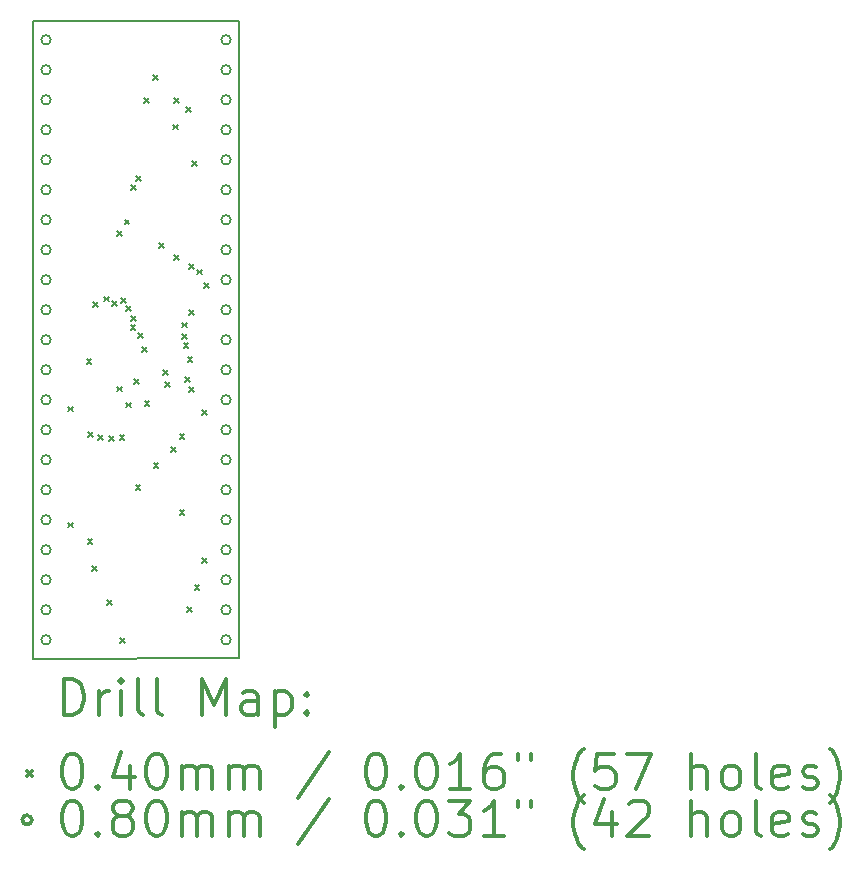
<source format=gbr>
%FSLAX45Y45*%
G04 Gerber Fmt 4.5, Leading zero omitted, Abs format (unit mm)*
G04 Created by KiCad (PCBNEW 4.0.7-e2-6376~58~ubuntu16.04.1) date Tue Aug 20 20:43:00 2024*
%MOMM*%
%LPD*%
G01*
G04 APERTURE LIST*
%ADD10C,0.127000*%
%ADD11C,0.150000*%
%ADD12C,0.200000*%
%ADD13C,0.300000*%
G04 APERTURE END LIST*
D10*
D11*
X14720000Y-10339000D02*
X14720000Y-15739000D01*
X16470000Y-10339000D02*
X14720000Y-10339000D01*
X16470000Y-15735000D02*
X16470000Y-10339000D01*
X14720000Y-15739000D02*
X16470000Y-15735000D01*
D12*
X15021000Y-14585000D02*
X15061000Y-14625000D01*
X15061000Y-14585000D02*
X15021000Y-14625000D01*
X15022000Y-13603000D02*
X15062000Y-13643000D01*
X15062000Y-13603000D02*
X15022000Y-13643000D01*
X15177000Y-13203000D02*
X15217000Y-13243000D01*
X15217000Y-13203000D02*
X15177000Y-13243000D01*
X15186224Y-14723914D02*
X15226224Y-14763914D01*
X15226224Y-14723914D02*
X15186224Y-14763914D01*
X15192000Y-13822000D02*
X15232000Y-13862000D01*
X15232000Y-13822000D02*
X15192000Y-13862000D01*
X15223108Y-14951501D02*
X15263108Y-14991501D01*
X15263108Y-14951501D02*
X15223108Y-14991501D01*
X15232546Y-12717844D02*
X15272546Y-12757844D01*
X15272546Y-12717844D02*
X15232546Y-12757844D01*
X15273000Y-13847000D02*
X15313000Y-13887000D01*
X15313000Y-13847000D02*
X15273000Y-13887000D01*
X15324258Y-12672377D02*
X15364258Y-12712377D01*
X15364258Y-12672377D02*
X15324258Y-12712377D01*
X15347893Y-15239499D02*
X15387893Y-15279499D01*
X15387893Y-15239499D02*
X15347893Y-15279499D01*
X15367000Y-13854000D02*
X15407000Y-13894000D01*
X15407000Y-13854000D02*
X15367000Y-13894000D01*
X15394237Y-12711147D02*
X15434237Y-12751147D01*
X15434237Y-12711147D02*
X15394237Y-12751147D01*
X15434999Y-13435000D02*
X15474999Y-13475000D01*
X15474999Y-13435000D02*
X15434999Y-13475000D01*
X15436499Y-12115234D02*
X15476499Y-12155234D01*
X15476499Y-12115234D02*
X15436499Y-12155234D01*
X15457000Y-13847000D02*
X15497000Y-13887000D01*
X15497000Y-13847000D02*
X15457000Y-13887000D01*
X15462000Y-15563000D02*
X15502000Y-15603000D01*
X15502000Y-15563000D02*
X15462000Y-15603000D01*
X15470056Y-12685616D02*
X15510056Y-12725616D01*
X15510056Y-12685616D02*
X15470056Y-12725616D01*
X15499000Y-12020000D02*
X15539000Y-12060000D01*
X15539000Y-12020000D02*
X15499000Y-12060000D01*
X15510000Y-13570000D02*
X15550000Y-13610000D01*
X15550000Y-13570000D02*
X15510000Y-13610000D01*
X15512593Y-12753372D02*
X15552593Y-12793372D01*
X15552593Y-12753372D02*
X15512593Y-12793372D01*
X15550455Y-12916076D02*
X15590455Y-12956076D01*
X15590455Y-12916076D02*
X15550455Y-12956076D01*
X15550995Y-12836077D02*
X15590995Y-12876077D01*
X15590995Y-12836077D02*
X15550995Y-12876077D01*
X15556498Y-11730551D02*
X15596498Y-11770551D01*
X15596498Y-11730551D02*
X15556498Y-11770551D01*
X15580001Y-13370000D02*
X15620001Y-13410000D01*
X15620001Y-13370000D02*
X15580001Y-13410000D01*
X15592000Y-14267000D02*
X15632000Y-14307000D01*
X15632000Y-14267000D02*
X15592000Y-14307000D01*
X15596834Y-11651830D02*
X15636834Y-11691830D01*
X15636834Y-11651830D02*
X15596834Y-11691830D01*
X15612496Y-12983492D02*
X15652496Y-13023492D01*
X15652496Y-12983492D02*
X15612496Y-13023492D01*
X15644997Y-13101827D02*
X15684997Y-13141827D01*
X15684997Y-13101827D02*
X15644997Y-13141827D01*
X15664000Y-10989000D02*
X15704000Y-11029000D01*
X15704000Y-10989000D02*
X15664000Y-11029000D01*
X15668000Y-13555001D02*
X15708000Y-13595001D01*
X15708000Y-13555001D02*
X15668000Y-13595001D01*
X15741999Y-10794800D02*
X15781999Y-10834800D01*
X15781999Y-10794800D02*
X15741999Y-10834800D01*
X15745000Y-14080000D02*
X15785000Y-14120000D01*
X15785000Y-14080000D02*
X15745000Y-14120000D01*
X15791000Y-12219000D02*
X15831000Y-12259000D01*
X15831000Y-12219000D02*
X15791000Y-12259000D01*
X15824139Y-13292254D02*
X15864139Y-13332254D01*
X15864139Y-13292254D02*
X15824139Y-13332254D01*
X15839999Y-13396506D02*
X15879999Y-13436506D01*
X15879999Y-13396506D02*
X15839999Y-13436506D01*
X15894000Y-13947000D02*
X15934000Y-13987000D01*
X15934000Y-13947000D02*
X15894000Y-13987000D01*
X15912498Y-11216330D02*
X15952498Y-11256330D01*
X15952498Y-11216330D02*
X15912498Y-11256330D01*
X15915001Y-10992167D02*
X15955001Y-11032167D01*
X15955001Y-10992167D02*
X15915001Y-11032167D01*
X15916640Y-12322418D02*
X15956640Y-12362418D01*
X15956640Y-12322418D02*
X15916640Y-12362418D01*
X15965499Y-13838830D02*
X16005499Y-13878830D01*
X16005499Y-13838830D02*
X15965499Y-13878830D01*
X15965499Y-14478588D02*
X16005499Y-14518588D01*
X16005499Y-14478588D02*
X15965499Y-14518588D01*
X15983996Y-12891200D02*
X16023996Y-12931200D01*
X16023996Y-12891200D02*
X15983996Y-12931200D01*
X15984001Y-12989000D02*
X16024001Y-13029000D01*
X16024001Y-12989000D02*
X15984001Y-13029000D01*
X15998330Y-13067707D02*
X16038330Y-13107707D01*
X16038330Y-13067707D02*
X15998330Y-13107707D01*
X16013000Y-13353000D02*
X16053000Y-13393000D01*
X16053000Y-13353000D02*
X16013000Y-13393000D01*
X16020000Y-11070000D02*
X16060000Y-11110000D01*
X16060000Y-11070000D02*
X16020000Y-11110000D01*
X16028000Y-15302000D02*
X16068000Y-15342000D01*
X16068000Y-15302000D02*
X16028000Y-15342000D01*
X16032000Y-13185000D02*
X16072000Y-13225000D01*
X16072000Y-13185000D02*
X16032000Y-13225000D01*
X16044000Y-13439000D02*
X16084000Y-13479000D01*
X16084000Y-13439000D02*
X16044000Y-13479000D01*
X16045848Y-12396622D02*
X16085848Y-12436622D01*
X16085848Y-12396622D02*
X16045848Y-12436622D01*
X16046497Y-12786225D02*
X16086497Y-12826225D01*
X16086497Y-12786225D02*
X16046497Y-12826225D01*
X16069000Y-11522000D02*
X16109000Y-11562000D01*
X16109000Y-11522000D02*
X16069000Y-11562000D01*
X16092000Y-15113000D02*
X16132000Y-15153000D01*
X16132000Y-15113000D02*
X16092000Y-15153000D01*
X16111089Y-12442924D02*
X16151089Y-12482924D01*
X16151089Y-12442924D02*
X16111089Y-12482924D01*
X16154501Y-13632474D02*
X16194501Y-13672474D01*
X16194501Y-13632474D02*
X16154501Y-13672474D01*
X16154501Y-14889000D02*
X16194501Y-14929000D01*
X16194501Y-14889000D02*
X16154501Y-14929000D01*
X16172581Y-12560311D02*
X16212581Y-12600311D01*
X16212581Y-12560311D02*
X16172581Y-12600311D01*
X14873000Y-10497000D02*
G75*
G03X14873000Y-10497000I-40000J0D01*
G01*
X14873000Y-10751000D02*
G75*
G03X14873000Y-10751000I-40000J0D01*
G01*
X14873000Y-11005000D02*
G75*
G03X14873000Y-11005000I-40000J0D01*
G01*
X14873000Y-11259000D02*
G75*
G03X14873000Y-11259000I-40000J0D01*
G01*
X14873000Y-11513000D02*
G75*
G03X14873000Y-11513000I-40000J0D01*
G01*
X14873000Y-11767000D02*
G75*
G03X14873000Y-11767000I-40000J0D01*
G01*
X14873000Y-12021000D02*
G75*
G03X14873000Y-12021000I-40000J0D01*
G01*
X14873000Y-12275000D02*
G75*
G03X14873000Y-12275000I-40000J0D01*
G01*
X14873000Y-12529000D02*
G75*
G03X14873000Y-12529000I-40000J0D01*
G01*
X14873000Y-12783000D02*
G75*
G03X14873000Y-12783000I-40000J0D01*
G01*
X14873000Y-13037000D02*
G75*
G03X14873000Y-13037000I-40000J0D01*
G01*
X14873000Y-13291000D02*
G75*
G03X14873000Y-13291000I-40000J0D01*
G01*
X14873000Y-13545000D02*
G75*
G03X14873000Y-13545000I-40000J0D01*
G01*
X14873000Y-13799000D02*
G75*
G03X14873000Y-13799000I-40000J0D01*
G01*
X14873000Y-14053000D02*
G75*
G03X14873000Y-14053000I-40000J0D01*
G01*
X14873000Y-14307000D02*
G75*
G03X14873000Y-14307000I-40000J0D01*
G01*
X14873000Y-14561000D02*
G75*
G03X14873000Y-14561000I-40000J0D01*
G01*
X14873000Y-14815000D02*
G75*
G03X14873000Y-14815000I-40000J0D01*
G01*
X14873000Y-15069000D02*
G75*
G03X14873000Y-15069000I-40000J0D01*
G01*
X14873000Y-15323000D02*
G75*
G03X14873000Y-15323000I-40000J0D01*
G01*
X14873000Y-15577000D02*
G75*
G03X14873000Y-15577000I-40000J0D01*
G01*
X16397000Y-10497000D02*
G75*
G03X16397000Y-10497000I-40000J0D01*
G01*
X16397000Y-10751000D02*
G75*
G03X16397000Y-10751000I-40000J0D01*
G01*
X16397000Y-11005000D02*
G75*
G03X16397000Y-11005000I-40000J0D01*
G01*
X16397000Y-11259000D02*
G75*
G03X16397000Y-11259000I-40000J0D01*
G01*
X16397000Y-11513000D02*
G75*
G03X16397000Y-11513000I-40000J0D01*
G01*
X16397000Y-11767000D02*
G75*
G03X16397000Y-11767000I-40000J0D01*
G01*
X16397000Y-12021000D02*
G75*
G03X16397000Y-12021000I-40000J0D01*
G01*
X16397000Y-12275000D02*
G75*
G03X16397000Y-12275000I-40000J0D01*
G01*
X16397000Y-12529000D02*
G75*
G03X16397000Y-12529000I-40000J0D01*
G01*
X16397000Y-12783000D02*
G75*
G03X16397000Y-12783000I-40000J0D01*
G01*
X16397000Y-13037000D02*
G75*
G03X16397000Y-13037000I-40000J0D01*
G01*
X16397000Y-13291000D02*
G75*
G03X16397000Y-13291000I-40000J0D01*
G01*
X16397000Y-13545000D02*
G75*
G03X16397000Y-13545000I-40000J0D01*
G01*
X16397000Y-13799000D02*
G75*
G03X16397000Y-13799000I-40000J0D01*
G01*
X16397000Y-14053000D02*
G75*
G03X16397000Y-14053000I-40000J0D01*
G01*
X16397000Y-14307000D02*
G75*
G03X16397000Y-14307000I-40000J0D01*
G01*
X16397000Y-14561000D02*
G75*
G03X16397000Y-14561000I-40000J0D01*
G01*
X16397000Y-14815000D02*
G75*
G03X16397000Y-14815000I-40000J0D01*
G01*
X16397000Y-15069000D02*
G75*
G03X16397000Y-15069000I-40000J0D01*
G01*
X16397000Y-15323000D02*
G75*
G03X16397000Y-15323000I-40000J0D01*
G01*
X16397000Y-15577000D02*
G75*
G03X16397000Y-15577000I-40000J0D01*
G01*
D13*
X14983928Y-16212214D02*
X14983928Y-15912214D01*
X15055357Y-15912214D01*
X15098214Y-15926500D01*
X15126786Y-15955071D01*
X15141071Y-15983643D01*
X15155357Y-16040786D01*
X15155357Y-16083643D01*
X15141071Y-16140786D01*
X15126786Y-16169357D01*
X15098214Y-16197929D01*
X15055357Y-16212214D01*
X14983928Y-16212214D01*
X15283928Y-16212214D02*
X15283928Y-16012214D01*
X15283928Y-16069357D02*
X15298214Y-16040786D01*
X15312500Y-16026500D01*
X15341071Y-16012214D01*
X15369643Y-16012214D01*
X15469643Y-16212214D02*
X15469643Y-16012214D01*
X15469643Y-15912214D02*
X15455357Y-15926500D01*
X15469643Y-15940786D01*
X15483928Y-15926500D01*
X15469643Y-15912214D01*
X15469643Y-15940786D01*
X15655357Y-16212214D02*
X15626786Y-16197929D01*
X15612500Y-16169357D01*
X15612500Y-15912214D01*
X15812500Y-16212214D02*
X15783928Y-16197929D01*
X15769643Y-16169357D01*
X15769643Y-15912214D01*
X16155357Y-16212214D02*
X16155357Y-15912214D01*
X16255357Y-16126500D01*
X16355357Y-15912214D01*
X16355357Y-16212214D01*
X16626786Y-16212214D02*
X16626786Y-16055071D01*
X16612500Y-16026500D01*
X16583928Y-16012214D01*
X16526786Y-16012214D01*
X16498214Y-16026500D01*
X16626786Y-16197929D02*
X16598214Y-16212214D01*
X16526786Y-16212214D01*
X16498214Y-16197929D01*
X16483928Y-16169357D01*
X16483928Y-16140786D01*
X16498214Y-16112214D01*
X16526786Y-16097929D01*
X16598214Y-16097929D01*
X16626786Y-16083643D01*
X16769643Y-16012214D02*
X16769643Y-16312214D01*
X16769643Y-16026500D02*
X16798214Y-16012214D01*
X16855357Y-16012214D01*
X16883929Y-16026500D01*
X16898214Y-16040786D01*
X16912500Y-16069357D01*
X16912500Y-16155071D01*
X16898214Y-16183643D01*
X16883929Y-16197929D01*
X16855357Y-16212214D01*
X16798214Y-16212214D01*
X16769643Y-16197929D01*
X17041071Y-16183643D02*
X17055357Y-16197929D01*
X17041071Y-16212214D01*
X17026786Y-16197929D01*
X17041071Y-16183643D01*
X17041071Y-16212214D01*
X17041071Y-16026500D02*
X17055357Y-16040786D01*
X17041071Y-16055071D01*
X17026786Y-16040786D01*
X17041071Y-16026500D01*
X17041071Y-16055071D01*
X14672500Y-16686500D02*
X14712500Y-16726500D01*
X14712500Y-16686500D02*
X14672500Y-16726500D01*
X15041071Y-16542214D02*
X15069643Y-16542214D01*
X15098214Y-16556500D01*
X15112500Y-16570786D01*
X15126786Y-16599357D01*
X15141071Y-16656500D01*
X15141071Y-16727929D01*
X15126786Y-16785072D01*
X15112500Y-16813643D01*
X15098214Y-16827929D01*
X15069643Y-16842214D01*
X15041071Y-16842214D01*
X15012500Y-16827929D01*
X14998214Y-16813643D01*
X14983928Y-16785072D01*
X14969643Y-16727929D01*
X14969643Y-16656500D01*
X14983928Y-16599357D01*
X14998214Y-16570786D01*
X15012500Y-16556500D01*
X15041071Y-16542214D01*
X15269643Y-16813643D02*
X15283928Y-16827929D01*
X15269643Y-16842214D01*
X15255357Y-16827929D01*
X15269643Y-16813643D01*
X15269643Y-16842214D01*
X15541071Y-16642214D02*
X15541071Y-16842214D01*
X15469643Y-16527929D02*
X15398214Y-16742214D01*
X15583928Y-16742214D01*
X15755357Y-16542214D02*
X15783928Y-16542214D01*
X15812500Y-16556500D01*
X15826786Y-16570786D01*
X15841071Y-16599357D01*
X15855357Y-16656500D01*
X15855357Y-16727929D01*
X15841071Y-16785072D01*
X15826786Y-16813643D01*
X15812500Y-16827929D01*
X15783928Y-16842214D01*
X15755357Y-16842214D01*
X15726786Y-16827929D01*
X15712500Y-16813643D01*
X15698214Y-16785072D01*
X15683928Y-16727929D01*
X15683928Y-16656500D01*
X15698214Y-16599357D01*
X15712500Y-16570786D01*
X15726786Y-16556500D01*
X15755357Y-16542214D01*
X15983928Y-16842214D02*
X15983928Y-16642214D01*
X15983928Y-16670786D02*
X15998214Y-16656500D01*
X16026786Y-16642214D01*
X16069643Y-16642214D01*
X16098214Y-16656500D01*
X16112500Y-16685071D01*
X16112500Y-16842214D01*
X16112500Y-16685071D02*
X16126786Y-16656500D01*
X16155357Y-16642214D01*
X16198214Y-16642214D01*
X16226786Y-16656500D01*
X16241071Y-16685071D01*
X16241071Y-16842214D01*
X16383928Y-16842214D02*
X16383928Y-16642214D01*
X16383928Y-16670786D02*
X16398214Y-16656500D01*
X16426786Y-16642214D01*
X16469643Y-16642214D01*
X16498214Y-16656500D01*
X16512500Y-16685071D01*
X16512500Y-16842214D01*
X16512500Y-16685071D02*
X16526786Y-16656500D01*
X16555357Y-16642214D01*
X16598214Y-16642214D01*
X16626786Y-16656500D01*
X16641071Y-16685071D01*
X16641071Y-16842214D01*
X17226786Y-16527929D02*
X16969643Y-16913643D01*
X17612500Y-16542214D02*
X17641071Y-16542214D01*
X17669643Y-16556500D01*
X17683928Y-16570786D01*
X17698214Y-16599357D01*
X17712500Y-16656500D01*
X17712500Y-16727929D01*
X17698214Y-16785072D01*
X17683928Y-16813643D01*
X17669643Y-16827929D01*
X17641071Y-16842214D01*
X17612500Y-16842214D01*
X17583928Y-16827929D01*
X17569643Y-16813643D01*
X17555357Y-16785072D01*
X17541071Y-16727929D01*
X17541071Y-16656500D01*
X17555357Y-16599357D01*
X17569643Y-16570786D01*
X17583928Y-16556500D01*
X17612500Y-16542214D01*
X17841071Y-16813643D02*
X17855357Y-16827929D01*
X17841071Y-16842214D01*
X17826786Y-16827929D01*
X17841071Y-16813643D01*
X17841071Y-16842214D01*
X18041071Y-16542214D02*
X18069643Y-16542214D01*
X18098214Y-16556500D01*
X18112500Y-16570786D01*
X18126786Y-16599357D01*
X18141071Y-16656500D01*
X18141071Y-16727929D01*
X18126786Y-16785072D01*
X18112500Y-16813643D01*
X18098214Y-16827929D01*
X18069643Y-16842214D01*
X18041071Y-16842214D01*
X18012500Y-16827929D01*
X17998214Y-16813643D01*
X17983928Y-16785072D01*
X17969643Y-16727929D01*
X17969643Y-16656500D01*
X17983928Y-16599357D01*
X17998214Y-16570786D01*
X18012500Y-16556500D01*
X18041071Y-16542214D01*
X18426786Y-16842214D02*
X18255357Y-16842214D01*
X18341071Y-16842214D02*
X18341071Y-16542214D01*
X18312500Y-16585071D01*
X18283928Y-16613643D01*
X18255357Y-16627929D01*
X18683928Y-16542214D02*
X18626786Y-16542214D01*
X18598214Y-16556500D01*
X18583928Y-16570786D01*
X18555357Y-16613643D01*
X18541071Y-16670786D01*
X18541071Y-16785072D01*
X18555357Y-16813643D01*
X18569643Y-16827929D01*
X18598214Y-16842214D01*
X18655357Y-16842214D01*
X18683928Y-16827929D01*
X18698214Y-16813643D01*
X18712500Y-16785072D01*
X18712500Y-16713643D01*
X18698214Y-16685071D01*
X18683928Y-16670786D01*
X18655357Y-16656500D01*
X18598214Y-16656500D01*
X18569643Y-16670786D01*
X18555357Y-16685071D01*
X18541071Y-16713643D01*
X18826786Y-16542214D02*
X18826786Y-16599357D01*
X18941071Y-16542214D02*
X18941071Y-16599357D01*
X19383928Y-16956500D02*
X19369643Y-16942214D01*
X19341071Y-16899357D01*
X19326786Y-16870786D01*
X19312500Y-16827929D01*
X19298214Y-16756500D01*
X19298214Y-16699357D01*
X19312500Y-16627929D01*
X19326786Y-16585071D01*
X19341071Y-16556500D01*
X19369643Y-16513643D01*
X19383928Y-16499357D01*
X19641071Y-16542214D02*
X19498214Y-16542214D01*
X19483928Y-16685071D01*
X19498214Y-16670786D01*
X19526786Y-16656500D01*
X19598214Y-16656500D01*
X19626786Y-16670786D01*
X19641071Y-16685071D01*
X19655357Y-16713643D01*
X19655357Y-16785072D01*
X19641071Y-16813643D01*
X19626786Y-16827929D01*
X19598214Y-16842214D01*
X19526786Y-16842214D01*
X19498214Y-16827929D01*
X19483928Y-16813643D01*
X19755357Y-16542214D02*
X19955357Y-16542214D01*
X19826786Y-16842214D01*
X20298214Y-16842214D02*
X20298214Y-16542214D01*
X20426786Y-16842214D02*
X20426786Y-16685071D01*
X20412500Y-16656500D01*
X20383928Y-16642214D01*
X20341071Y-16642214D01*
X20312500Y-16656500D01*
X20298214Y-16670786D01*
X20612500Y-16842214D02*
X20583928Y-16827929D01*
X20569643Y-16813643D01*
X20555357Y-16785072D01*
X20555357Y-16699357D01*
X20569643Y-16670786D01*
X20583928Y-16656500D01*
X20612500Y-16642214D01*
X20655357Y-16642214D01*
X20683928Y-16656500D01*
X20698214Y-16670786D01*
X20712500Y-16699357D01*
X20712500Y-16785072D01*
X20698214Y-16813643D01*
X20683928Y-16827929D01*
X20655357Y-16842214D01*
X20612500Y-16842214D01*
X20883928Y-16842214D02*
X20855357Y-16827929D01*
X20841071Y-16799357D01*
X20841071Y-16542214D01*
X21112500Y-16827929D02*
X21083929Y-16842214D01*
X21026786Y-16842214D01*
X20998214Y-16827929D01*
X20983929Y-16799357D01*
X20983929Y-16685071D01*
X20998214Y-16656500D01*
X21026786Y-16642214D01*
X21083929Y-16642214D01*
X21112500Y-16656500D01*
X21126786Y-16685071D01*
X21126786Y-16713643D01*
X20983929Y-16742214D01*
X21241071Y-16827929D02*
X21269643Y-16842214D01*
X21326786Y-16842214D01*
X21355357Y-16827929D01*
X21369643Y-16799357D01*
X21369643Y-16785072D01*
X21355357Y-16756500D01*
X21326786Y-16742214D01*
X21283929Y-16742214D01*
X21255357Y-16727929D01*
X21241071Y-16699357D01*
X21241071Y-16685071D01*
X21255357Y-16656500D01*
X21283929Y-16642214D01*
X21326786Y-16642214D01*
X21355357Y-16656500D01*
X21469643Y-16956500D02*
X21483929Y-16942214D01*
X21512500Y-16899357D01*
X21526786Y-16870786D01*
X21541071Y-16827929D01*
X21555357Y-16756500D01*
X21555357Y-16699357D01*
X21541071Y-16627929D01*
X21526786Y-16585071D01*
X21512500Y-16556500D01*
X21483929Y-16513643D01*
X21469643Y-16499357D01*
X14712500Y-17102500D02*
G75*
G03X14712500Y-17102500I-40000J0D01*
G01*
X15041071Y-16938214D02*
X15069643Y-16938214D01*
X15098214Y-16952500D01*
X15112500Y-16966786D01*
X15126786Y-16995357D01*
X15141071Y-17052500D01*
X15141071Y-17123929D01*
X15126786Y-17181072D01*
X15112500Y-17209643D01*
X15098214Y-17223929D01*
X15069643Y-17238214D01*
X15041071Y-17238214D01*
X15012500Y-17223929D01*
X14998214Y-17209643D01*
X14983928Y-17181072D01*
X14969643Y-17123929D01*
X14969643Y-17052500D01*
X14983928Y-16995357D01*
X14998214Y-16966786D01*
X15012500Y-16952500D01*
X15041071Y-16938214D01*
X15269643Y-17209643D02*
X15283928Y-17223929D01*
X15269643Y-17238214D01*
X15255357Y-17223929D01*
X15269643Y-17209643D01*
X15269643Y-17238214D01*
X15455357Y-17066786D02*
X15426786Y-17052500D01*
X15412500Y-17038214D01*
X15398214Y-17009643D01*
X15398214Y-16995357D01*
X15412500Y-16966786D01*
X15426786Y-16952500D01*
X15455357Y-16938214D01*
X15512500Y-16938214D01*
X15541071Y-16952500D01*
X15555357Y-16966786D01*
X15569643Y-16995357D01*
X15569643Y-17009643D01*
X15555357Y-17038214D01*
X15541071Y-17052500D01*
X15512500Y-17066786D01*
X15455357Y-17066786D01*
X15426786Y-17081072D01*
X15412500Y-17095357D01*
X15398214Y-17123929D01*
X15398214Y-17181072D01*
X15412500Y-17209643D01*
X15426786Y-17223929D01*
X15455357Y-17238214D01*
X15512500Y-17238214D01*
X15541071Y-17223929D01*
X15555357Y-17209643D01*
X15569643Y-17181072D01*
X15569643Y-17123929D01*
X15555357Y-17095357D01*
X15541071Y-17081072D01*
X15512500Y-17066786D01*
X15755357Y-16938214D02*
X15783928Y-16938214D01*
X15812500Y-16952500D01*
X15826786Y-16966786D01*
X15841071Y-16995357D01*
X15855357Y-17052500D01*
X15855357Y-17123929D01*
X15841071Y-17181072D01*
X15826786Y-17209643D01*
X15812500Y-17223929D01*
X15783928Y-17238214D01*
X15755357Y-17238214D01*
X15726786Y-17223929D01*
X15712500Y-17209643D01*
X15698214Y-17181072D01*
X15683928Y-17123929D01*
X15683928Y-17052500D01*
X15698214Y-16995357D01*
X15712500Y-16966786D01*
X15726786Y-16952500D01*
X15755357Y-16938214D01*
X15983928Y-17238214D02*
X15983928Y-17038214D01*
X15983928Y-17066786D02*
X15998214Y-17052500D01*
X16026786Y-17038214D01*
X16069643Y-17038214D01*
X16098214Y-17052500D01*
X16112500Y-17081072D01*
X16112500Y-17238214D01*
X16112500Y-17081072D02*
X16126786Y-17052500D01*
X16155357Y-17038214D01*
X16198214Y-17038214D01*
X16226786Y-17052500D01*
X16241071Y-17081072D01*
X16241071Y-17238214D01*
X16383928Y-17238214D02*
X16383928Y-17038214D01*
X16383928Y-17066786D02*
X16398214Y-17052500D01*
X16426786Y-17038214D01*
X16469643Y-17038214D01*
X16498214Y-17052500D01*
X16512500Y-17081072D01*
X16512500Y-17238214D01*
X16512500Y-17081072D02*
X16526786Y-17052500D01*
X16555357Y-17038214D01*
X16598214Y-17038214D01*
X16626786Y-17052500D01*
X16641071Y-17081072D01*
X16641071Y-17238214D01*
X17226786Y-16923929D02*
X16969643Y-17309643D01*
X17612500Y-16938214D02*
X17641071Y-16938214D01*
X17669643Y-16952500D01*
X17683928Y-16966786D01*
X17698214Y-16995357D01*
X17712500Y-17052500D01*
X17712500Y-17123929D01*
X17698214Y-17181072D01*
X17683928Y-17209643D01*
X17669643Y-17223929D01*
X17641071Y-17238214D01*
X17612500Y-17238214D01*
X17583928Y-17223929D01*
X17569643Y-17209643D01*
X17555357Y-17181072D01*
X17541071Y-17123929D01*
X17541071Y-17052500D01*
X17555357Y-16995357D01*
X17569643Y-16966786D01*
X17583928Y-16952500D01*
X17612500Y-16938214D01*
X17841071Y-17209643D02*
X17855357Y-17223929D01*
X17841071Y-17238214D01*
X17826786Y-17223929D01*
X17841071Y-17209643D01*
X17841071Y-17238214D01*
X18041071Y-16938214D02*
X18069643Y-16938214D01*
X18098214Y-16952500D01*
X18112500Y-16966786D01*
X18126786Y-16995357D01*
X18141071Y-17052500D01*
X18141071Y-17123929D01*
X18126786Y-17181072D01*
X18112500Y-17209643D01*
X18098214Y-17223929D01*
X18069643Y-17238214D01*
X18041071Y-17238214D01*
X18012500Y-17223929D01*
X17998214Y-17209643D01*
X17983928Y-17181072D01*
X17969643Y-17123929D01*
X17969643Y-17052500D01*
X17983928Y-16995357D01*
X17998214Y-16966786D01*
X18012500Y-16952500D01*
X18041071Y-16938214D01*
X18241071Y-16938214D02*
X18426786Y-16938214D01*
X18326786Y-17052500D01*
X18369643Y-17052500D01*
X18398214Y-17066786D01*
X18412500Y-17081072D01*
X18426786Y-17109643D01*
X18426786Y-17181072D01*
X18412500Y-17209643D01*
X18398214Y-17223929D01*
X18369643Y-17238214D01*
X18283928Y-17238214D01*
X18255357Y-17223929D01*
X18241071Y-17209643D01*
X18712500Y-17238214D02*
X18541071Y-17238214D01*
X18626786Y-17238214D02*
X18626786Y-16938214D01*
X18598214Y-16981072D01*
X18569643Y-17009643D01*
X18541071Y-17023929D01*
X18826786Y-16938214D02*
X18826786Y-16995357D01*
X18941071Y-16938214D02*
X18941071Y-16995357D01*
X19383928Y-17352500D02*
X19369643Y-17338214D01*
X19341071Y-17295357D01*
X19326786Y-17266786D01*
X19312500Y-17223929D01*
X19298214Y-17152500D01*
X19298214Y-17095357D01*
X19312500Y-17023929D01*
X19326786Y-16981072D01*
X19341071Y-16952500D01*
X19369643Y-16909643D01*
X19383928Y-16895357D01*
X19626786Y-17038214D02*
X19626786Y-17238214D01*
X19555357Y-16923929D02*
X19483928Y-17138214D01*
X19669643Y-17138214D01*
X19769643Y-16966786D02*
X19783928Y-16952500D01*
X19812500Y-16938214D01*
X19883928Y-16938214D01*
X19912500Y-16952500D01*
X19926786Y-16966786D01*
X19941071Y-16995357D01*
X19941071Y-17023929D01*
X19926786Y-17066786D01*
X19755357Y-17238214D01*
X19941071Y-17238214D01*
X20298214Y-17238214D02*
X20298214Y-16938214D01*
X20426786Y-17238214D02*
X20426786Y-17081072D01*
X20412500Y-17052500D01*
X20383928Y-17038214D01*
X20341071Y-17038214D01*
X20312500Y-17052500D01*
X20298214Y-17066786D01*
X20612500Y-17238214D02*
X20583928Y-17223929D01*
X20569643Y-17209643D01*
X20555357Y-17181072D01*
X20555357Y-17095357D01*
X20569643Y-17066786D01*
X20583928Y-17052500D01*
X20612500Y-17038214D01*
X20655357Y-17038214D01*
X20683928Y-17052500D01*
X20698214Y-17066786D01*
X20712500Y-17095357D01*
X20712500Y-17181072D01*
X20698214Y-17209643D01*
X20683928Y-17223929D01*
X20655357Y-17238214D01*
X20612500Y-17238214D01*
X20883928Y-17238214D02*
X20855357Y-17223929D01*
X20841071Y-17195357D01*
X20841071Y-16938214D01*
X21112500Y-17223929D02*
X21083929Y-17238214D01*
X21026786Y-17238214D01*
X20998214Y-17223929D01*
X20983929Y-17195357D01*
X20983929Y-17081072D01*
X20998214Y-17052500D01*
X21026786Y-17038214D01*
X21083929Y-17038214D01*
X21112500Y-17052500D01*
X21126786Y-17081072D01*
X21126786Y-17109643D01*
X20983929Y-17138214D01*
X21241071Y-17223929D02*
X21269643Y-17238214D01*
X21326786Y-17238214D01*
X21355357Y-17223929D01*
X21369643Y-17195357D01*
X21369643Y-17181072D01*
X21355357Y-17152500D01*
X21326786Y-17138214D01*
X21283929Y-17138214D01*
X21255357Y-17123929D01*
X21241071Y-17095357D01*
X21241071Y-17081072D01*
X21255357Y-17052500D01*
X21283929Y-17038214D01*
X21326786Y-17038214D01*
X21355357Y-17052500D01*
X21469643Y-17352500D02*
X21483929Y-17338214D01*
X21512500Y-17295357D01*
X21526786Y-17266786D01*
X21541071Y-17223929D01*
X21555357Y-17152500D01*
X21555357Y-17095357D01*
X21541071Y-17023929D01*
X21526786Y-16981072D01*
X21512500Y-16952500D01*
X21483929Y-16909643D01*
X21469643Y-16895357D01*
M02*

</source>
